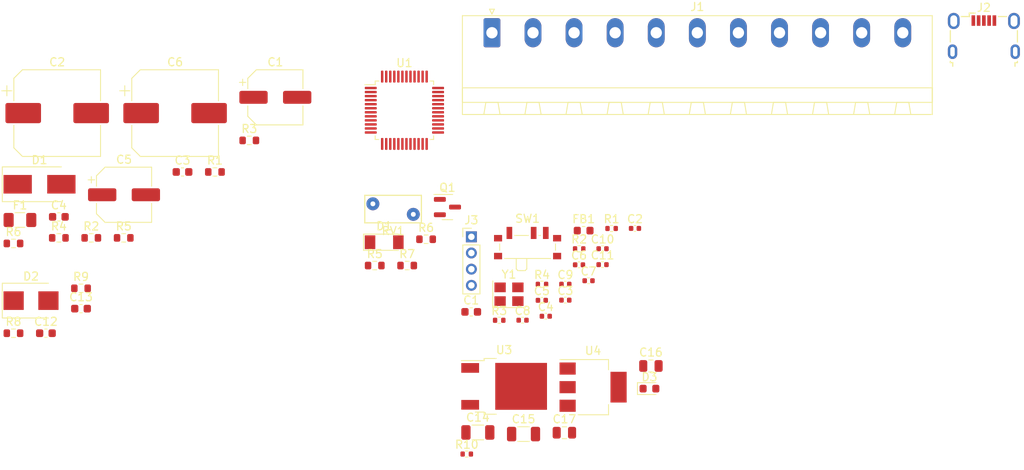
<source format=kicad_pcb>
(kicad_pcb (version 20211014) (generator pcbnew)
  (layers (0 "F.Cu" signal) (31 "B.Cu" signal) (34 "B.Paste" user) (35 "F.Paste" user) (36 "B.SilkS" user "B.Silkscreen") (37 "F.SilkS" user "F.Silkscreen") (38 "B.Mask" user) (39 "F.Mask" user) (44 "Edge.Cuts" user))
  (net 0 "")
  (net 1 "+3V3")
  (net 2 "GND")
  (net 3 "Net-(C2-Pad1)")
  (net 4 "Net-(C3-Pad2)")
  (net 5 "Net-(C4-Pad1)")
  (net 6 "+12V")
  (net 7 "/ADC/SENS-")
  (net 8 "Net-(D1-Pad2)")
  (net 9 "+3.3V")
  (net 10 "VCC")
  (net 11 "Net-(Q1-Pad1)")
  (net 12 "/Power/LED_PWR")
  (net 13 "Net-(R4-Pad1)")
  (net 14 "Net-(R4-Pad2)")
  (net 15 "/Relay/RLCTL")
  (net 16 "/Relay/RLLED")
  (net 17 "/MCU/NRST")
  (net 18 "/Relay/RLOUT")
  (net 19 "/Relay/RLIN")
  (net 20 "/MCU/HSE_IN")
  (net 24 "/MCU/HSE_OUT")
  (net 25 "+3.3VA")
  (net 26 "+5V")
  (net 27 "/Power/PWR_LED_K")
  (net 28 "/MCU/USART1_TX")
  (net 40 "/MCU/USART1_RX")
  (net 41 "/MCU/I2C2_SCL")
  (net 42 "/MCU/I2C2_SDA")
  (net 56 "/MCU/USB_D-")
  (net 61 "/MCU/USB_D+")
  (net 66 "/MCU/SWDI0")
  (net 67 "/MCU/SWCLK")
  (net 68 "/MCU/SW_BOOT0")
  (net 69 "Net-(R3-Pad2)")
  (net 70 "Net-(R8-Pad2)")
  (footprint "Capacitor_SMD:C_0603_1608Metric" (layer "F.Cu") (at 124.47 60.56)
    (fp_text reference "C13" (at 0 -1.43) (layer "F.SilkS"))
    (fp_text value "100nF")
    (fp_line (start -0.14058 0.51) (end 0.14058 0.51) (layer "F.SilkS") (width 0.12))
    (fp_line (start -0.14058 -0.51) (end 0.14058 -0.51) (layer "F.SilkS") (width 0.12))
    (pad "1" smd roundrect (at -0.775 0) (size 0.9 0.95) (layers "F.Cu" "F.Paste" "F.Mask") (net 1 "+3V3"))
    (pad "2" smd roundrect (at 0.775 0) (size 0.9 0.95) (layers "F.Cu" "F.Paste" "F.Mask") (net 2 "GND"))
  )
  (footprint "Resistor_SMD:R_0402_1005Metric" (layer "F.Cu") (at 172.17 78.54)
    (fp_text reference "R10" (at 0 -1.17) (layer "F.SilkS"))
    (fp_text value "1k5")
    (fp_line (start -0.153641 0.38) (end 0.153641 0.38) (layer "F.SilkS") (width 0.12))
    (fp_line (start -0.153641 -0.38) (end 0.153641 -0.38) (layer "F.SilkS") (width 0.12))
    (pad "1" smd roundrect (at -0.51 0) (size 0.54 0.64) (layers "F.Cu" "F.Paste" "F.Mask") (net 27 "/Power/PWR_LED_K"))
    (pad "2" smd roundrect (at 0.51 0) (size 0.54 0.64) (layers "F.Cu" "F.Paste" "F.Mask") (net 2 "GND"))
  )
  (footprint "Capacitor_SMD:C_0603_1608Metric" (layer "F.Cu") (at 121.73 49.21)
    (fp_text reference "C4" (at 0 -1.43) (layer "F.SilkS"))
    (fp_text value "10nF")
    (fp_line (start -0.14058 -0.51) (end 0.14058 -0.51) (layer "F.SilkS") (width 0.12))
    (fp_line (start -0.14058 0.51) (end 0.14058 0.51) (layer "F.SilkS") (width 0.12))
    (pad "1" smd roundrect (at -0.775 0) (size 0.9 0.95) (layers "F.Cu" "F.Paste" "F.Mask") (net 5 "Net-(C4-Pad1)"))
    (pad "2" smd roundrect (at 0.775 0) (size 0.9 0.95) (layers "F.Cu" "F.Paste" "F.Mask") (net 2 "GND"))
  )
  (footprint "Capacitor_SMD:C_1206_3216Metric" (layer "F.Cu") (at 179.19 76.07)
    (fp_text reference "C15" (at 0 -1.85) (layer "F.SilkS"))
    (fp_text value "10uF")
    (fp_line (start -0.711252 -0.91) (end 0.711252 -0.91) (layer "F.SilkS") (width 0.12))
    (fp_line (start -0.711252 0.91) (end 0.711252 0.91) (layer "F.SilkS") (width 0.12))
    (pad "1" smd roundrect (at -1.475 0) (size 1.15 1.8) (layers "F.Cu" "F.Paste" "F.Mask") (roundrect_rratio 0.217391) (net 26 "+5V"))
    (pad "2" smd roundrect (at 1.475 0) (size 1.15 1.8) (layers "F.Cu" "F.Paste" "F.Mask") (roundrect_rratio 0.217391) (net 2 "GND"))
  )
  (footprint "Resistor_SMD:R_0402_1005Metric" (layer "F.Cu") (at 190.08 50.65)
    (fp_text reference "R1" (at 0 -1.17) (layer "F.SilkS"))
    (fp_text value "1k5")
    (fp_line (start -0.153641 0.38) (end 0.153641 0.38) (layer "F.SilkS") (width 0.12))
    (fp_line (start -0.153641 -0.38) (end 0.153641 -0.38) (layer "F.SilkS") (width 0.12))
    (pad "1" smd roundrect (at -0.51 0) (size 0.54 0.64) (layers "F.Cu" "F.Paste" "F.Mask") (net 9 "+3.3V"))
    (pad "2" smd roundrect (at 0.51 0) (size 0.54 0.64) (layers "F.Cu" "F.Paste" "F.Mask") (net 41 "/MCU/I2C2_SCL"))
  )
  (footprint "Capacitor_SMD:CP_Elec_6.3x7.7" (layer "F.Cu") (at 148.5 34.43)
    (fp_text reference "C1" (at 0 -4.35) (layer "F.SilkS"))
    (fp_text value "10uF/10V")
    (fp_line (start -3.41 -2.345563) (end -3.41 -1.06) (layer "F.SilkS") (width 0.12))
    (fp_line (start -4.4375 -1.8475) (end -3.65 -1.8475) (layer "F.SilkS") (width 0.12))
    (fp_line (start -2.345563 -3.41) (end 3.41 -3.41) (layer "F.SilkS") (width 0.12))
    (fp_line (start -4.04375 -2.24125) (end -4.04375 -1.45375) (layer "F.SilkS") (width 0.12))
    (fp_line (start -3.41 -2.345563) (end -2.345563 -3.41) (layer "F.SilkS") (width 0.12))
    (fp_line (start 3.41 -3.41) (end 3.41 -1.06) (layer "F.SilkS") (width 0.12))
    (fp_line (start -3.41 2.345563) (end -2.345563 3.41) (layer "F.SilkS") (width 0.12))
    (fp_line (start -3.41 2.345563) (end -3.41 1.06) (layer "F.SilkS") (width 0.12))
    (fp_line (start 3.41 3.41) (end 3.41 1.06) (layer "F.SilkS") (width 0.12))
    (fp_line (start -2.345563 3.41) (end 3.41 3.41) (layer "F.SilkS") (width 0.12))
    (pad "1" smd roundrect (at -2.7 0) (size 3.5 1.6) (layers "F.Cu" "F.Paste" "F.Mask") (roundrect_rratio 0.15625) (net 1 "+3V3"))
    (pad "2" smd roundrect (at 2.7 0) (size 3.5 1.6) (layers "F.Cu" "F.Paste" "F.Mask") (roundrect_rratio 0.15625) (net 2 "GND"))
  )
  (footprint "Capacitor_SMD:C_0402_1005Metric" (layer "F.Cu") (at 181.45 59.53)
    (fp_text reference "C5" (at 0 -1.16) (layer "F.SilkS"))
    (fp_text value "100n")
    (fp_line (start -0.107836 0.36) (end 0.107836 0.36) (layer "F.SilkS") (width 0.12))
    (fp_line (start -0.107836 -0.36) (end 0.107836 -0.36) (layer "F.SilkS") (width 0.12))
    (pad "1" smd roundrect (at -0.48 0) (size 0.56 0.62) (layers "F.Cu" "F.Paste" "F.Mask") (net 9 "+3.3V"))
    (pad "2" smd roundrect (at 0.48 0) (size 0.56 0.62) (layers "F.Cu" "F.Paste" "F.Mask") (net 2 "GND"))
  )
  (footprint "Resistor_SMD:R_0603_1608Metric" (layer "F.Cu") (at 125.74 51.81)
    (fp_text reference "R2" (at 0 -1.43) (layer "F.SilkS"))
    (fp_text value "18K")
    (fp_line (start -0.237258 -0.5225) (end 0.237258 -0.5225) (layer "F.SilkS") (width 0.12))
    (fp_line (start -0.237258 0.5225) (end 0.237258 0.5225) (layer "F.SilkS") (width 0.12))
    (pad "1" smd roundrect (at -0.825 0) (size 0.8 0.95) (layers "F.Cu" "F.Paste" "F.Mask") (net 1 "+3V3"))
    (pad "2" smd roundrect (at 0.825 0) (size 0.8 0.95) (layers "F.Cu" "F.Paste" "F.Mask") (net 4 "Net-(C3-Pad2)"))
  )
  (footprint "Capacitor_SMD:C_0402_1005Metric" (layer "F.Cu") (at 188.96 55.12)
    (fp_text reference "C11" (at 0 -1.16) (layer "F.SilkS"))
    (fp_text value "1u")
    (fp_line (start -0.107836 0.36) (end 0.107836 0.36) (layer "F.SilkS") (width 0.12))
    (fp_line (start -0.107836 -0.36) (end 0.107836 -0.36) (layer "F.SilkS") (width 0.12))
    (pad "1" smd roundrect (at -0.48 0) (size 0.56 0.62) (layers "F.Cu" "F.Paste" "F.Mask") (net 9 "+3.3V"))
    (pad "2" smd roundrect (at 0.48 0) (size 0.56 0.62) (layers "F.Cu" "F.Paste" "F.Mask") (net 2 "GND"))
  )
  (footprint "Resistor_SMD:R_0603_1608Metric" (layer "F.Cu") (at 141.03 43.66)
    (fp_text reference "R1" (at 0 -1.43) (layer "F.SilkS"))
    (fp_text value "470")
    (fp_line (start -0.237258 0.5225) (end 0.237258 0.5225) (layer "F.SilkS") (width 0.12))
    (fp_line (start -0.237258 -0.5225) (end 0.237258 -0.5225) (layer "F.SilkS") (width 0.12))
    (pad "1" smd roundrect (at -0.825 0) (size 0.8 0.95) (layers "F.Cu" "F.Paste" "F.Mask") (net 1 "+3V3"))
    (pad "2" smd roundrect (at 0.825 0) (size 0.8 0.95) (layers "F.Cu" "F.Paste" "F.Mask") (net 12 "/Power/LED_PWR"))
  )
  (footprint "Diode_SMD:D_SMB" (layer "F.Cu") (at 118.29 59.57)
    (fp_text reference "D2" (at 0 -3) (layer "F.SilkS"))
    (fp_text value "SMBJ28A")
    (fp_line (start -3.55 -2.15) (end -3.55 2.15) (layer "F.SilkS") (width 0.12))
    (fp_line (start -3.55 2.15) (end 2.15 2.15) (layer "F.SilkS") (width 0.12))
    (fp_line (start -3.55 -2.15) (end 2.15 -2.15) (layer "F.SilkS") (width 0.12))
    (pad "1" smd rect (at -2.15 0) (size 2.5 2.3) (layers "F.Cu" "F.Paste" "F.Mask") (net 7 "/ADC/SENS-"))
    (pad "2" smd rect (at 2.15 0) (size 2.5 2.3) (layers "F.Cu" "F.Paste" "F.Mask") (net 2 "GND"))
  )
  (footprint "Capacitor_SMD:CP_Elec_10x10.5" (layer "F.Cu") (at 121.525 36.38)
    (fp_text reference "C2" (at 0 -6.3) (layer "F.SilkS"))
    (fp_text value "100uF/35V")
    (fp_line (start -5.36 -4.295563) (end -4.295563 -5.36) (layer "F.SilkS") (width 0.12))
    (fp_line (start -4.295563 -5.36) (end 5.36 -5.36) (layer "F.SilkS") (width 0.12))
    (fp_line (start -5.36 4.295563) (end -5.36 1.51) (layer "F.SilkS") (width 0.12))
    (fp_line (start 5.36 5.36) (end 5.36 1.51) (layer "F.SilkS") (width 0.12))
    (fp_line (start -6.225 -3.385) (end -6.225 -2.135) (layer "F.SilkS") (width 0.12))
    (fp_line (start -5.36 -4.295563) (end -5.36 -1.51) (layer "F.SilkS") (width 0.12))
    (fp_line (start -6.85 -2.76) (end -5.6 -2.76) (layer "F.SilkS") (width 0.12))
    (fp_line (start -4.295563 5.36) (end 5.36 5.36) (layer "F.SilkS") (width 0.12))
    (fp_line (start -5.36 4.295563) (end -4.295563 5.36) (layer "F.SilkS") (width 0.12))
    (fp_line (start 5.36 -5.36) (end 5.36 -1.51) (layer "F.SilkS") (width 0.12))
    (pad "1" smd roundrect (at -4.2 0) (size 4.4 2.5) (layers "F.Cu" "F.Paste" "F.Mask") (roundrect_rratio 0.1) (net 3 "Net-(C2-Pad1)"))
    (pad "2" smd roundrect (at 4.2 0) (size 4.4 2.5) (layers "F.Cu" "F.Paste" "F.Mask") (roundrect_rratio 0.1) (net 2 "GND"))
  )
  (footprint "Connector_Phoenix_MSTB:PhoenixContact_MSTBA_2,5_11-G-5,08_1x11_P5.08mm_Horizontal" (layer "F.Cu") (at 175.28 26.445)
    (fp_text reference "J1" (at 25.4 -3.2) (layer "F.SilkS"))
    (fp_text value "Conn_01x11_Male")
    (fp_line (start -0.3 -2.91) (end 0.3 -2.91) (layer "F.SilkS") (width 0.12))
    (fp_line (start 29.48 10.11) (end 31.48 10.11) (layer "F.SilkS") (width 0.12))
    (fp_line (start 1 10.11) (end 0.75 8.61) (layer "F.SilkS") (width 0.12))
    (fp_line (start 21.32 10.11) (end 21.07 8.61) (layer "F.SilkS") (width 0.12))
    (fp_line (start 34.81 8.61) (end 34.56 10.11) (layer "F.SilkS") (width 0.12))
    (fp_line (start 46.47 8.61) (end 44.97 8.61) (layer "F.SilkS") (width 0.12))
    (fp_line (start 44.97 8.61) (end 44.72 10.11) (layer "F.SilkS") (width 0.12))
    (fp_line (start 26.15 8.61) (end 24.65 8.61) (layer "F.SilkS") (width 0.12))
    (fp_line (start 44.72 10.11) (end 46.72 10.11) (layer "F.SilkS") (width 0.12))
    (fp_line (start 31.48 10.11) (end 31.23 8.61) (layer "F.SilkS") (width 0.12))
    (fp_line (start -3.65 -2.11) (end -3.65 10.11) (layer "F.SilkS") (width 0.12))
    (fp_line (start 0.75 8.61) (end -0.75 8.61) (layer "F.SilkS") (width 0.12))
    (fp_line (start 51.8 10.11) (end 51.55 8.61) (layer "F.SilkS") (width 0.12))
    (fp_line (start 36.31 8.61) (end 34.81 8.61) (layer "F.SilkS") (width 0.12))
    (fp_line (start 9.41 8.61) (end 9.16 10.11) (layer "F.SilkS") (width 0.12))
    (fp_line (start 4.33 8.61) (end 4.08 10.11) (layer "F.SilkS") (width 0.12))
    (fp_line (start 39.64 10.11) (end 41.64 10.11) (layer "F.SilkS") (width 0.12))
    (fp_line (start 0 -2.31) (end -0.3 -2.91) (layer "F.SilkS") (width 0.12))
    (fp_line (start -1 10.11) (end 1 10.11) (layer "F.SilkS") (width 0.12))
    (fp_line (start -3.65 6.81) (end 54.45 6.81) (layer "F.SilkS") (width 0.12))
    (fp_line (start -3.65 8.61) (end -3.65 6.81) (layer "F.SilkS") (width 0.12))
    (fp_line (start 14.24 10.11) (end 16.24 10.11) (layer "F.SilkS") (width 0.12))
    (fp_line (start 6.08 10.11) (end 5.83 8.61) (layer "F.SilkS") (width 0.12))
    (fp_line (start 54.45 6.81) (end 54.45 8.61) (layer "F.SilkS") (width 0.12))
    (fp_line (start 11.16 10.11) (end 10.91 8.61) (layer "F.SilkS") (width 0.12))
    (fp_line (start -0.75 8.61) (end -1 10.11) (layer "F.SilkS") (width 0.12))
    (fp_line (start 46.72 10.11) (end 46.47 8.61) (layer "F.SilkS") (width 0.12))
    (fp_line (start 0.3 -2.91) (end 0 -2.31) (layer "F.SilkS") (width 0.12))
    (fp_line (start 4.08 10.11) (end 6.08 10.11) (layer "F.SilkS") (width 0.12))
    (fp_line (start 41.39 8.61) (end 39.89 8.61) (layer "F.SilkS") (width 0.12))
    (fp_line (start 14.49 8.61) (end 14.24 10.11) (layer "F.SilkS") (width 0.12))
    (fp_line (start 9.16 10.11) (end 11.16 10.11) (layer "F.SilkS") (width 0.12))
    (fp_line (start 15.99 8.61) (end 14.49 8.61) (layer "F.SilkS") (width 0.12))
    (fp_line (start 54.45 -2.11) (end -3.65 -2.11) (layer "F.SilkS") (width 0.12))
    (fp_line (start 16.24 10.11) (end 15.99 8.61) (layer "F.SilkS") (width 0.12))
    (fp_line (start 10.91 8.61) (end 9.41 8.61) (layer "F.SilkS") (width 0.12))
    (fp_line (start 51.55 8.61) (end 50.05 8.61) (layer "F.SilkS") (width 0.12))
    (fp_line (start 54.45 10.11) (end 54.45 -2.11) (layer "F.SilkS") (width 0.12))
    (fp_line (start 41.64 10.11) (end 41.39 8.61) (layer "F.SilkS") (width 0.12))
    (fp_line (start 34.56 10.11) (end 36.56 10.11) (layer "F.SilkS") (width 0.12))
    (fp_line (start 49.8 10.11) (end 51.8 10.11) (layer "F.SilkS") (width 0.12))
    (fp_line (start 36.56 10.11) (end 36.31 8.61) (layer "F.SilkS") (width 0.12))
    (fp_line (start 39.89 8.61) (end 39.64 10.11) (layer "F.SilkS") (width 0.12))
    (fp_line (start 54.45 8.61) (end -3.65 8.61) (layer "F.SilkS") (width 0.12))
    (fp_line (start 29.73 8.61) (end 29.48 10.11) (layer "F.SilkS") (width 0.12))
    (fp_line (start -3.65 10.11) (end 54.45 10.11) (layer "F.SilkS") (width 0.12))
    (fp_line (start 26.4 10.11) (end 26.15 8.61) (layer "F.SilkS") (width 0.12))
    (fp_line (start 24.4 10.11) (end 26.4 10.11) (layer "F.SilkS") (width 0.12))
    (fp_line (start 21.07 8.61) (end 19.57 8.61) (layer "F.SilkS") (width 0.12))
    (fp_line (start 50.05 8.61) (end 49.8 10.11) (layer "F.SilkS") (width 0.12))
    (fp_line (start 19.32 10.11) (end 21.32 10.11) (layer "F.SilkS") (width 0.12))
    (fp_line (start 5.83 8.61) (end 4.33 8.61) (layer "F.SilkS") (width 0.12))
    (fp_line (start 24.65 8.61) (end 24.4 10.11) (layer "F.SilkS") (width 0.12))
    (fp_line (start 19.57 8.61) (end 19.32 10.11) (layer "F.SilkS") (width 0.12))
    (fp_line (start 31.23 8.61) (end 29.73 8.61) (layer "F.SilkS") (width 0.12))
    (pad "1" thru_hole roundrect (at 0 0) (size 2.08 3.6) (drill 1.4) (layers *.Cu *.Mask) (roundrect_rratio 0.120192) (net 10 "VCC"))
    (pad "2" thru_hole oval (at 5.08 0) (size 2.08 3.6) (drill 1.4) (layers *.Cu *.Mask) (net 2 "GND"))
    (pad "3" thru_hole oval (at 10.16 0) (size 2.08 3.6) (drill 1.4) (layers *.Cu *.Mask) (net 28 "/MCU/USART1_TX"))
    (pad "4" thru_hole oval (at 15.24 0) (size 2.08 3.6) (drill 1.4) (layers *.Cu *.Mask) (net 40 "/MCU/USART1_RX"))
    (pad "5" thru_hole oval (at 20.32 0) (size 2.08 3.6) (drill 1.4) (layers *.Cu *.Mask) (net 41 "/MCU/I2C2_SCL"))
    (pad "6" thru_hole oval (at 25.4 0) (size 2.08 3.6) (drill 1.4) (layers *.Cu *.Mask) (net 42 "/MCU/I2C2_SDA"))
    (pad "7" thru_hole oval (at 30.48 0) (size 2.08 3.6) (drill 1.4) (layers *.Cu *.Mask))
    (pad "8" thru_hole oval (at 35.56 0) (size 2.08 3.6) (drill 1.4) (layers *.Cu *.Mask))
    (pad "9" thru_hole oval (at 40.64 0) (size 2.08 3.6) (drill 1.4) (layers *.Cu *.Mask))
    (pad "10" thru_hole oval (at 45.72 0) (size 2.08 3.6) (drill 1.4) (layers *.Cu *.Mask))
    (pad "11" thru_hole oval (at 50.8 0) (size 2.08 3.6) (drill 1.4) (layers *.Cu *.Mask))
  )
  (footprint "Diode_SMD:D_SMB_Handsoldering" (layer "F.Cu") (at 119.34 45.18)
    (fp_text reference "D1" (at 0 -3) (layer "F.SilkS"))
    (fp_text value "SBR3A40SAQ")
    (fp_line (start -4.6 -2.15) (end 2.7 -2.15) (layer "F.SilkS") (width 0.12))
    (fp_line (start -4.6 -2.15) (end -4.6 2.15) (layer "F.SilkS") (width 0.12))
    (fp_line (start -4.6 2.15) (end 2.7 2.15) (layer "F.SilkS") (width 0.12))
    (pad "1" smd rect (at -2.7 0) (size 3.5 2.3) (layers "F.Cu" "F.Paste" "F.Mask") (net 3 "Net-(C2-Pad1)"))
    (pad "2" smd rect (at 2.7 0) (size 3.5 2.3) (layers "F.Cu" "F.Paste" "F.Mask") (net 8 "Net-(D1-Pad2)"))
  )
  (footprint "Fuse:Fuse_1206_3216Metric" (layer "F.Cu") (at 116.92 49.6)
    (fp_text reference "F1" (at 0 -1.82) (layer "F.SilkS"))
    (fp_text value "1A")
    (fp_line (start -0.602064 0.91) (end 0.602064 0.91) (layer "F.SilkS") (width 0.12))
    (fp_line (start -0.602064 -0.91) (end 0.602064 -0.91) (layer "F.SilkS") (width 0.12))
    (pad "1" smd roundrect (at -1.4 0) (size 1.25 1.75) (layers "F.Cu" "F.Paste" "F.Mask") (roundrect_rratio 0.2) (net 8 "Net-(D1-Pad2)"))
    (pad "2" smd roundrect (at 1.4 0) (size 1.25 1.75) (layers "F.Cu" "F.Paste" "F.Mask") (roundrect_rratio 0.2) (net 10 "VCC"))
  )
  (footprint "Capacitor_SMD:C_0402_1005Metric" (layer "F.Cu") (at 184.36 59.51)
    (fp_text reference "C3" (at 0 -1.16) (layer "F.SilkS"))
    (fp_text value "100n")
    (fp_line (start -0.107836 0.36) (end 0.107836 0.36) (layer "F.SilkS") (width 0.12))
    (fp_line (start -0.107836 -0.36) (end 0.107836 -0.36) (layer "F.SilkS") (width 0.12))
    (pad "1" smd roundrect (at -0.48 0) (size 0.56 0.62) (layers "F.Cu" "F.Paste" "F.Mask") (net 17 "/MCU/NRST"))
    (pad "2" smd roundrect (at 0.48 0) (size 0.56 0.62) (layers "F.Cu" "F.Paste" "F.Mask") (net 2 "GND"))
  )
  (footprint "Capacitor_SMD:C_0402_1005Metric" (layer "F.Cu") (at 184.36 57.54)
    (fp_text reference "C9" (at 0 -1.16) (layer "F.SilkS"))
    (fp_text value "10n")
    (fp_line (start -0.107836 0.36) (end 0.107836 0.36) (layer "F.SilkS") (width 0.12))
    (fp_line (start -0.107836 -0.36) (end 0.107836 -0.36) (layer "F.SilkS") (width 0.12))
    (pad "1" smd roundrect (at -0.48 0) (size 0.56 0.62) (layers "F.Cu" "F.Paste" "F.Mask") (net 25 "+3.3VA"))
    (pad "2" smd roundrect (at 0.48 0) (size 0.56 0.62) (layers "F.Cu" "F.Paste" "F.Mask") (net 2 "GND"))
  )
  (footprint "Capacitor_SMD:C_0402_1005Metric" (layer "F.Cu") (at 187.23 57.11)
    (fp_text reference "C7" (at 0 -1.16) (layer "F.SilkS"))
    (fp_text value "10p")
    (fp_line (start -0.107836 0.36) (end 0.107836 0.36) (layer "F.SilkS") (width 0.12))
    (fp_line (start -0.107836 -0.36) (end 0.107836 -0.36) (layer "F.SilkS") (width 0.12))
    (pad "1" smd roundrect (at -0.48 0) (size 0.56 0.62) (layers "F.Cu" "F.Paste" "F.Mask") (net 24 "/MCU/HSE_OUT"))
    (pad "2" smd roundrect (at 0.48 0) (size 0.56 0.62) (layers "F.Cu" "F.Paste" "F.Mask") (net 2 "GND"))
  )
  (footprint "Resistor_SMD:R_0603_1608Metric" (layer "F.Cu") (at 160.79 55.23)
    (fp_text reference "R5" (at 0 -1.43) (layer "F.SilkS"))
    (fp_text value "4K7")
    (fp_line (start -0.237258 0.5225) (end 0.237258 0.5225) (layer "F.SilkS") (width 0.12))
    (fp_line (start -0.237258 -0.5225) (end 0.237258 -0.5225) (layer "F.SilkS") (width 0.12))
    (pad "1" smd roundrect (at -0.825 0) (size 0.8 0.95) (layers "F.Cu" "F.Paste" "F.Mask") (net 11 "Net-(Q1-Pad1)"))
    (pad "2" smd roundrect (at 0.825 0) (size 0.8 0.95) (layers "F.Cu" "F.Paste" "F.Mask") (net 15 "/Relay/RLCTL"))
  )
  (footprint "Capacitor_SMD:C_0402_1005Metric" (layer "F.Cu") (at 192.97 50.64)
    (fp_text reference "C2" (at 0 -1.16) (layer "F.SilkS"))
    (fp_text value "100n")
    (fp_line (start -0.107836 0.36) (end 0.107836 0.36) (layer "F.SilkS") (width 0.12))
    (fp_line (start -0.107836 -0.36) (end 0.107836 -0.36) (layer "F.SilkS") (width 0.12))
    (pad "1" smd roundrect (at -0.48 0) (size 0.56 0.62) (layers "F.Cu" "F.Paste" "F.Mask") (net 9 "+3.3V"))
    (pad "2" smd roundrect (at 0.48 0) (size 0.56 0.62) (layers "F.Cu" "F.Paste" "F.Mask") (net 2 "GND"))
  )
  (footprint "Resistor_SMD:R_0603_1608Metric" (layer "F.Cu") (at 116.12 52.5)
    (fp_text reference "R6" (at 0 -1.43) (layer "F.SilkS"))
    (fp_text value "120")
    (fp_line (start -0.237258 -0.5225) (end 0.237258 -0.5225) (layer "F.SilkS") (width 0.12))
    (fp_line (start -0.237258 0.5225) (end 0.237258 0.5225) (layer "F.SilkS") (width 0.12))
    (pad "1" smd roundrect (at -0.825 0) (size 0.8 0.95) (layers "F.Cu" "F.Paste" "F.Mask") (net 6 "+12V"))
    (pad "2" smd roundrect (at 0.825 0) (size 0.8 0.95) (layers "F.Cu" "F.Paste" "F.Mask") (net 13 "Net-(R4-Pad1)"))
  )
  (footprint "Resistor_SMD:R_0603_1608Metric" (layer "F.Cu") (at 145.28 39.76)
    (fp_text reference "R3" (at 0 -1.43) (layer "F.SilkS"))
    (fp_text value "10K")
    (fp_line (start -0.237258 0.5225) (end 0.237258 0.5225) (layer "F.SilkS") (width 0.12))
    (fp_line (start -0.237258 -0.5225) (end 0.237258 -0.5225) (layer "F.SilkS") (width 0.12))
    (pad "1" smd roundrect (at -0.825 0) (size 0.8 0.95) (layers "F.Cu" "F.Paste" "F.Mask") (net 4 "Net-(C3-Pad2)"))
    (pad "2" smd roundrect (at 0.825 0) (size 0.8 0.95) (layers "F.Cu" "F.Paste" "F.Mask") (net 2 "GND"))
  )
  (footprint "Package_QFP:LQFP-48_7x7mm_P0.5mm" (layer "F.Cu") (at 164.46 36.03)
    (fp_text reference "U1" (at 0 -5.85) (layer "F.SilkS"))
    (fp_text value "STM32F103C8Tx")
    (fp_line (start -3.16 -3.61) (end -3.61 -3.61) (layer "F.SilkS") (width 0.12))
    (fp_line (start 3.16 3.61) (end 3.61 3.61) (layer "F.SilkS") (width 0.12))
    (fp_line (start 3.61 3.61) (end 3.61 3.16) (layer "F.SilkS") (width 0.12))
    (fp_line (start -3.16 3.61) (end -3.61 3.61) (layer "F.SilkS") (width 0.12))
    (fp_line (start 3.16 -3.61) (end 3.61 -3.61) (layer "F.SilkS") (width 0.12))
    (fp_line (start 3.61 -3.61) (end 3.61 -3.16) (layer "F.SilkS") (width 0.12))
    (fp_line (start -3.61 -3.16) (end -4.9 -3.16) (layer "F.SilkS") (width 0.12))
    (fp_line (start -3.61 3.61) (end -3.61 3.16) (layer "F.SilkS") (width 0.12))
    (fp_line (start -3.61 -3.61) (end -3.61 -3.16) (layer "F.SilkS") (width 0.12))
    (pad "1" smd roundrect (at -4.1625 -2.75) (size 1.475 0.3) (layers "F.Cu" "F.Paste" "F.Mask") (net 9 "+3.3V"))
    (pad "2" smd roundrect (at -4.1625 -2.25) (size 1.475 0.3) (layers "F.Cu" "F.Paste" "F.Mask"))
    (pad "3" smd roundrect (at -4.1625 -1.75) (size 1.475 0.3) (layers "F.Cu" "F.Paste" "F.Mask"))
    (pad "4" smd roundrect (at -4.1625 -1.25) (size 1.475 0.3) (layers "F.Cu" "F.Paste" "F.Mask"))
    (pad "5" smd roundrect (at -4.1625 -0.75) (size 1.475 0.3) (layers "F.Cu" "F.Paste" "F.Mask") (net 20 "/MCU/HSE_IN"))
    (pad "6" smd roundrect (at -4.1625 -0.25) (size 1.475 0.3) (layers "F.Cu" "F.Paste" "F.Mask") (net 24 "/MCU/HSE_OUT"))
    (pad "7" smd roundrect (at -4.1625 0.25) (size 1.475 0.3) (layers "F.Cu" "F.Paste" "F.Mask") (net 17 "/MCU/NRST"))
    (pad "8" smd roundrect (at -4.1625 0.75) (size 1.475 0.3) (layers "F.Cu" "F.Paste" "F.Mask") (net 2 "GND"))
    (pad "9" smd roundrect (at -4.1625 1.25) (size 1.475 0.3) (layers "F.Cu" "F.Paste" "F.Mask") (net 25 "+3.3VA"))
    (pad "10" smd roundrect (at -4.1625 1.75) (size 1.475 0.3) (layers "F.Cu" "F.Paste" "F.Mask"))
    (pad "11" smd roundrect (at -4.1625 2.25) (size 1.475 0.3) (layers "F.Cu" "F.Paste" "F.Mask"))
    (pad "12" smd roundrect (at -4.1625 2.75) (size 1.475 0.3) (layers "F.Cu" "F.Paste" "F.Mask"))
    (pad "13" smd roundrect (at -2.75 4.1625) (size 0.3 1.475) (layers "F.Cu" "F.Paste" "F.Mask"))
    (pad "14" smd roundrect (at -2.25 4.1625) (size 0.3 1.475) (layers "F.Cu" "F.Paste" "F.Mask"))
    (pad "15" smd roundrect (at -1.75 4.1625) (size 0.3 1.475) (layers "F.Cu" "F.Paste" "F.Mask"))
    (pad "16" smd roundrect (at -1.25 4.1625) (size 0.3 1.475) (layers "F.Cu" "F.Paste" "F.Mask"))
    (pad "17" smd roundrect (at -0.75 4.1625) (size 0.3 1.475) (layers "F.Cu" "F.Paste" "F.Mask"))
    (pad "18" smd roundrect (at -0.25 4.1625) (size 0.3 1.475) (layers "F.Cu" "F.Paste" "F.Mask"))
    (pad "19" smd roundrect (at 0.25 4.1625) (size 0.3 1.475) (layers "F.Cu" "F.Paste" "F.Mask"))
    (pad "20" smd roundrect (at 0.75 4.1625) (size 0.3 1.475) (layers "F.Cu" "F.Paste" "F.Mask"))
    (pad "21" smd roundrect (at 1.25 4.1625) (size 0.3 1.475) (layers "F.Cu" "F.Paste" "F.Mask") (net 41 "/MCU/I2C2_SCL"))
    (pad "22" smd roundrect (at 1.75 4.1625) (size 0.3 1.475) (layers "F.Cu" "F.Paste" "F.Mask") (net 42 "/MCU/I2C2_SDA"))
    (pad "23" smd roundrect (at 2.25 4.1625) (size 0.3 1.475) (layers "F.Cu" "F.Paste" "F.Mask") (net 2 "GND"))
    (pad "24" smd roundrect (at 2.75 4.1625) (size 0.3 1.475) (layers "F.Cu" "F.Paste" "F.Mask") (net 9 "+3.3V"))
    (pad "25" smd roundrect (at 4.1625 2.75) (size 1.475 0.3) (layers "F.Cu" "F.Paste" "F.Mask"))
    (pad "26" smd roundrect (at 4.1625 2.25) (size 1.475 0.3) (layers "F.Cu" "F.Paste" "F.Mask"))
    (pad "27" smd roundrect (at 4.1625 1.75) (size 1.475 0.3) (layers "F.Cu" "F.Paste" "F.Mask"))
    (pad "28" smd roundrect (at 4.1625 1.25) (size 1.475 0.3) (layers "F.Cu" "F.Paste" "F.Mask"))
    (pad "29" smd roundrect (at 4.1625 0.75) (size 1.475 0.3) (layers "F.Cu" "F.Paste" "F.Mask"))
    (pad "30" smd roundrect (at 4.1625 0.25) (size 1.475 0.3) (layers "F.Cu" "F.Paste" "F.Mask"))
    (pad "31" smd roundrect (at 4.1625 -0.25) (size 1.475 0.3) (layers "F.Cu" "F.Paste" "F.Mask"))
    (pad "32" smd roundrect (at 4.1625 -0.75) (size 1.475 0.3) (layers "F.Cu" "F.Paste" "F.Mask") (net 56 "/MCU/USB_D-"))
    (pad "33" smd roundrect (at 4.1625 -1.25) (size 1.475 0.3) (layers "F.Cu" "F.Paste" "F.Mask") (net 61 "/MCU/USB_D+"))
    (pad "34" smd roundrect (at 4.1625 -1.75) (size 1.475 0.3) (layers "F.Cu" "F.Paste" "F.Mask") (net 66 "/MCU/SWDI0"))
    (pad "35" smd roundrect (at 4.1625 -2.25) (size 1.475 0.3) (layers "F.Cu" "F.Paste" "F.Mask") (net 2 "GND"))
    (pad "36" smd roundrect (at 4.1625 -2.75) (size 1.475 0.3) (layers "F.Cu" "F.Paste" "F.Mask") (net 9 "+3.3V"))
    (pad "37" smd roundrect (at 2.75 -4.1625) (size 0.3 1.475) (layers "F.Cu" "F.Paste" "F.Mask") (net 67 "/MCU/SWCLK"))
    (pad "38" smd roundrect (at 2.25 -4.1625) (size 0.3 1.475) (layers "F.Cu" "F.Paste" "F.Mask"))
    (pad "39" smd roundrect (at 1.75 -4.1625) (size 0.3 1.475) (layers "F.Cu" "F.Paste" "F.Mask"))
    (pad "40" smd roundrect (at 1.25 -4.1625) (size 0.3 1.475) (layers "F.Cu" "F.Paste" "F.Mask"))
    (pad "41" smd roundrect (at 0.75 -4.1625) (size 0.3 1.475) (layers "F.Cu" "F.Paste" "F.Mask"))
    (pad "42" smd roundrect (at 0.25 -4.1625) (size 0.3 1.475) (layers "F.Cu" "F.Paste" "F.Mask") (net 28 "/MCU/USART1_TX"))
    (pad "43" smd roundrect (at -0.25 -4.1625) (size 0.3 1.475) (layers "F.Cu" "F.Paste" "F.Mask") (net 40 "/MCU/USART1_RX"))
    (pad "44" smd roundrect (at -0.75 -4.1625) (size 0.3 1.475) (layers "F.Cu" "F.Paste" "F.Mask") (net 69 "Net-(R3-Pad2)"))
    (pad "45" smd roundrect (at -1.25 -4.1625) (size 0.3 1.475) (layers "F.Cu" "F.Paste" "F.Mask"))
    (pad "46" smd roundrect (at -1.75 -4.1625) (size 0.3 1.475) (layers "F.Cu" "F.Paste" "F.Mask"))
    (pad "47" smd roundrect (at -2.25 -4.1625) (size 0.3 1.475) (layers "F.Cu" "F.Paste" "F.Mask") (net 2 "GND"))
    (pad "48" smd roundrect (at -2.75 -4.1625) (size 0.3 1.475) (layers "F.Cu" "F.Paste" "F.Mask") (net 9 "+3.3V"))
  )
  (footprint "Capacitor_SMD:C_0402_1005Metric" (layer "F.Cu") (at 188.96 53.15)
    (fp_text reference "C10" (at 0 -1.16) (layer "F.SilkS"))
    (fp_text value "1u")
    (fp_line (start -0.107836 0.36) (end 0.107836 0.36) (layer "F.SilkS") (width 0.12))
    (fp_line (start -0.107836 -0.36) (end 0.107836 -0.36) (layer "F.SilkS") (width 0.12))
    (pad "1" smd roundrect (at -0.48 0) (size 0.56 0.62) (layers "F.Cu" "F.Paste" "F.Mask") (net 25 "+3.3VA"))
    (pad "2" smd roundrect (at 0.48 0) (size 0.56 0.62) (layers "F.Cu" "F.Paste" "F.Mask") (net 2 "GND"))
  )
  (footprint "Resistor_SMD:R_0603_1608Metric" (layer "F.Cu") (at 116.12 63.6)
    (fp_text reference "R8" (at 0 -1.43) (layer "F.SilkS"))
    (fp_text value "150")
    (fp_line (start -0.237258 0.5225) (end 0.237258 0.5225) (layer "F.SilkS") (width 0.12))
    (fp_line (start -0.237258 -0.5225) (end 0.237258 -0.5225) (layer "F.SilkS") (width 0.12))
    (pad "1" smd roundrect (at -0.825 0) (size 0.8 0.95) (layers "F.Cu" "F.Paste" "F.Mask") (net 7 "/ADC/SENS-"))
    (pad "2" smd roundrect (at 0.825 0) (size 0.8 0.95) (layers "F.Cu" "F.Paste" "F.Mask") (net 70 "Net-(R8-Pad2)"))
  )
  (footprint "Resistor_SMD:R_0402_1005Metric" (layer "F.Cu") (at 181.47 57.55)
    (fp_text reference "R4" (at 0 -1.17) (layer "F.SilkS"))
    (fp_text value "1k5")
    (fp_line (start -0.153641 -0.38) (end 0.153641 -0.38) (layer "F.SilkS") (width 0.12))
    (fp_line (start -0.153641 0.38) (end 0.153641 0.38) (layer "F.SilkS") (width 0.12))
    (pad "1" smd roundrect (at -0.51 0) (size 0.54 0.64) (layers "F.Cu" "F.Paste" "F.Mask") (net 9 "+3.3V"))
    (pad "2" smd roundrect (at 0.51 0) (size 0.54 0.64) (layers "F.Cu" "F.Paste" "F.Mask") (net 61 "/MCU/USB_D+"))
  )
  (footprint "Inductor_SMD:L_0603_1608Metric" (layer "F.Cu") (at 186.62 50.91)
    (fp_text reference "FB1" (at 0 -1.43) (layer "F.SilkS"))
    (fp_text value "120R")
    (fp_line (start -0.162779 -0.51) (end 0.162779 -0.51) (layer "F.SilkS") (width 0.12))
    (fp_line (start -0.162779 0.51) (end 0.162779 0.51) (layer "F.SilkS") (width 0.12))
    (pad "1" smd roundrect (at -0.7875 0) (size 0.875 0.95) (layers "F.Cu" "F.Paste" "F.Mask") (net 9 "+3.3V"))
    (pad "2" smd roundrect (at 0.7875 0) (size 0.875 0.95) (layers "F.Cu" "F.Paste" "F.Mask") (net 25 "+3.3VA"))
  )
  (footprint "Resistor_SMD:R_0603_1608Metric" (layer "F.Cu") (at 121.73 51.81)
    (fp_text reference "R4" (at 0 -1.43) (layer "F.SilkS"))
    (fp_text value "1K")
    (fp_line (start -0.237258 0.5225) (end 0.237258 0.5225) (layer "F.SilkS") (width 0.12))
    (fp_line (start -0.237258 -0.5225) (end 0.237258 -0.5225) (layer "F.SilkS") (width 0.12))
    (pad "1" smd roundrect (at -0.825 0) (size 0.8 0.95) (layers "F.Cu" "F.Paste" "F.Mask") (net 13 "Net-(R4-Pad1)"))
    (pad "2" smd roundrect (at 0.825 0) (size 0.8 0.95) (layers "F.Cu" "F.Paste" "F.Mask") (net 14 "Net-(R4-Pad2)"))
  )
  (footprint "Capacitor_SMD:C_0603_1608Metric" (layer "F.Cu") (at 120.13 63.6)
    (fp_text reference "C12" (at 0 -1.43) (layer "F.SilkS"))
    (fp_text value "10nF")
    (fp_line (start -0.14058 0.51) (end 0.14058 0.51) (layer "F.SilkS") (width 0.12))
    (fp_line (start -0.14058 -0.51) (end 0.14058 -0.51) (layer "F.SilkS") (width 0.12))
    (pad "1" smd roundrect (at -0.775 0) (size 0.9 0.95) (layers "F.Cu" "F.Paste" "F.Mask") (net 7 "/ADC/SENS-"))
    (pad "2" smd roundrect (at 0.775 0) (size 0.9 0.95) (layers "F.Cu" "F.Paste" "F.Mask") (net 2 "GND"))
  )
  (footprint "Diode_SMD:D_MiniMELF" (layer "F.Cu") (at 161.96 52.35)
    (fp_text reference "D1" (at 0 -2) (layer "F.SilkS"))
    (fp_text value "1N4148")
    (fp_line (start 1.75 -1) (end -2.55 -1) (layer "F.SilkS") (width 0.12))
    (fp_line (start -2.55 -1) (end -2.55 1) (layer "F.SilkS") (width 0.12))
    (fp_line (start -2.55 1) (end 1.75 1) (layer "F.SilkS") (width 0.12))
    (pad "1" smd rect (at -1.75 0) (size 1.3 1.7) (layers "F.Cu" "F.Paste" "F.Mask") (net 6 "+12V"))
    (pad "2" smd rect (at 1.75 0) (size 1.3 1.7) (layers "F.Cu" "F.Paste" "F.Mask") (net 8 "Net-(D1-Pad2)"))
  )
  (footprint "Capacitor_SMD:C_0603_1608Metric" (layer "F.Cu") (at 137.02 43.66)
    (fp_text reference "C3" (at 0 -1.43) (layer "F.SilkS"))
    (fp_text value "10nF")
    (fp_line (start -0.14058 -0.51) (end 0.14058 -0.51) (layer "F.SilkS") (width 0.12))
    (fp_line (start -0.14058 0.51) (end 0.14058 0.51) (layer "F.SilkS") (width 0.12))
    (pad "1" smd roundrect (at -0.775 0) (size 0.9 0.95) (layers "F.Cu" "F.Paste" "F.Mask") (net 1 "+3V3"))
    (pad "2" smd roundrect (at 0.775 0) (size 0.9 0.95) (layers "F.Cu" "F.Paste" "F.Mask") (net 4 "Net-(C3-Pad2)"))
  )
  (footprint "Connector_PinHeader_2.00mm:PinHeader_1x04_P2.00mm_Vertical" (layer "F.Cu") (at 172.74 51.68)
    (fp_text reference "J3" (at 0 -2.06) (layer "F.SilkS"))
    (fp_text value "Conn_01x04_Male")
    (fp_line (start -1.06 0) (end -1.06 -1.06) (layer "F.SilkS") (width 0.12))
    (fp_line (start 1.06 1) (end 1.06 7.06) (layer "F.SilkS") (width 0.12))
    (fp_line (start -1.06 -1.06) (end 0 -1.06) (layer "F.SilkS") (width 0.12))
    (fp_line (start -1.06 7.06) (end 1.06 7.06) (layer "F.SilkS") (width 0.12))
    (fp_line (start -1.06 1) (end 1.06 1) (layer "F.SilkS") (width 0.12))
    (fp_line (start -1.06 1) (end -1.06 7.06) (layer "F.SilkS") (width 0.12))
    (pad "1" thru_hole rect (at 0 0) (size 1.35 1.35) (drill 0.8) (layers *.Cu *.Mask) (net 9 "+3.3V"))
    (pad "2" thru_hole oval (at 0 2) (size 1.35 1.35) (drill 0.8) (layers *.Cu *.Mask) (net 66 "/MCU/SWDI0"))
    (pad "3" thru_hole oval (at 0 4) (size 1.35 1.35) (drill 0.8) (layers *.Cu *.Mask) (net 67 "/MCU/SWCLK"))
    (pad "4" thru_hole oval (at 0 6) (size 1.35 1.35) (drill 0.8) (layers *.Cu *.Mask) (net 2 "GND"))
  )
  (footprint "Capacitor_SMD:C_0402_1005Metric" (layer "F.Cu") (at 181.94 61.5)
    (fp_text reference "C4" (at 0 -1.16) (layer "F.SilkS"))
    (fp_text value "10p")
    (fp_line (start -0.107836 0.36) (end 0.107836 0.36) (layer "F.SilkS") (width 0.12))
    (fp_line (start -0.107836 -0.36) (end 0.107836 -0.36) (layer "F.SilkS") (width 0.12))
    (pad "1" smd roundrect (at -0.48 0) (size 0.56 0.62) (layers "F.Cu" "F.Paste" "F.Mask") (net 20 "/MCU/HSE_IN"))
    (pad "2" smd roundrect (at 0.48 0) (size 0.56 0.62) (layers "F.Cu" "F.Paste" "F.Mask") (net 2 "GND"))
  )
  (footprint "Capacitor_SMD:CP_Elec_6.3x7.7" (layer "F.Cu") (at 129.79 46.48)
    (fp_text reference "C5" (at 0 -4.35) (layer "F.SilkS"))
    (fp_text value "10uF/35V")
    (fp_line (start -4.04375 -2.24125) (end -4.04375 -1.45375) (layer "F.SilkS") (width 0.12))
    (fp_line (start -3.41 -2.345563) (end -2.345563 -3.41) (layer "F.SilkS") (width 0.12))
    (fp_line (start 3.41 -3.41) (end 3.41 -1.06) (layer "F.SilkS") (width 0.12))
    (fp_line (start -3.41 -2.345563) (end -3.41 -1.06) (layer "F.SilkS") (width 0.12))
    (fp_line (start 3.41 3.41) (end 3.41 1.06) (layer "F.SilkS") (width 0.12))
    (fp_line (start -3.41 2.345563) (end -3.41 1.06) (layer "F.SilkS") (width 0.12))
    (fp_line (start -3.41 2.345563) (end -2.345563 3.41) (layer "F.SilkS") (width 0.12))
    (fp_line (start -2.345563 -3.41) (end 3.41 -3.41) (layer "F.SilkS") (width 0.12))
    (fp_line (start -4.4375 -1.8475) (end -3.65 -1.8475) (layer "F.SilkS") (width 0.12))
    (fp_line (start -2.345563 3.41) (end 3.41 3.41) (layer "F.SilkS") (width 0.12))
    (pad "1" smd roundrect (at -2.7 0) (size 3.5 1.6) (layers "F.Cu" "F.Paste" "F.Mask") (roundrect_rratio 0.15625) (net 6 "+12V"))
    (pad "2" smd roundrect (at 2.7 0) (size 3.5 1.6) (layers "F.Cu" "F.Paste" "F.Mask") (roundrect_rratio 0.15625) (net 2 "GND"))
  )
  (footprint "Capacitor_SMD:C_0402_1005Metric" (layer "F.Cu") (at 186.05 55.14)
    (fp_text reference "C6" (at 0 -1.16) (layer "F.SilkS"))
    (fp_text value "100n")
    (fp_line (start -0.107836 0.36) (end 0.107836 0.36) (layer "F.SilkS") (width 0.12))
    (fp_line (start -0.107836 -0.36) (end 0.107836 -0.36) (layer "F.SilkS") (width 0.12))
    (pad "1" smd roundrect (at -0.48 0) (size 0.56 0.62) (layers "F.Cu" "F.Paste" "F.Mask") (net 9 "+3.3V"))
    (pad "2" smd roundrect (at 0.48 0) (size 0.56 0.62) (layers "F.Cu" "F.Paste" "F.Mask") (net 2 "GND"))
  )
  (footprint "Capacitor_SMD:C_1206_3216Metric" (layer "F.Cu") (at 173.54 75.87)
    (fp_text reference "C14" (at 0 -1.85) (layer "F.SilkS"))
    (fp_text value "10uF")
    (fp_line (start -0.711252 -0.91) (end 0.711252 -0.91) (layer "F.SilkS") (width 0.12))
    (fp_line (start -0.711252 0.91) (end 0.711252 0.91) (layer "F.SilkS") (width 0.12))
    (pad "1" smd roundrect (at -1.475 0) (size 1.15 1.8) (layers "F.Cu" "F.Paste" "F.Mask") (roundrect_rratio 0.217391) (net 10 "VCC"))
    (pad "2" smd roundrect (at 1.475 0) (size 1.15 1.8) (layers "F.Cu" "F.Paste" "F.Mask") (roundrect_rratio 0.217391) (net 2 "GND"))
  )
  (footprint "Resistor_SMD:R_0603_1608Metric" (layer "F.Cu") (at 164.8 55.23)
    (fp_text reference "R7" (at 0 -1.43) (layer "F.SilkS"))
    (fp_text value "4K7")
    (fp_line (start -0.237258 0.5225) (end 0.237258 0.5225) (layer "F.SilkS") (width 0.12))
    (fp_line (start -0.237258 -0.5225) (end 0.237258 -0.5225) (layer "F.SilkS") (width 0.12))
    (pad "1" smd roundrect (at -0.825 0) (size 0.8 0.95) (layers "F.Cu" "F.Paste" "F.Mask") (net 16 "/Relay/RLLED"))
    (pad "2" smd roundrect (at 0.825 0) (size 0.8 0.95) (layers "F.Cu" "F.Paste" "F.Mask") (net 8 "Net-(D1-Pad2)"))
  )
  (footprint "LED_SMD:LED_0603_1608Metric" (layer "F.Cu") (at 194.76 70.45)
    (fp_text reference "D3" (at 0 -1.43) (layer "F.SilkS"))
    (fp_text value "RED")
    (fp_line (start -1.485 -0.735) (end -1.485 0.735) (layer "F.SilkS") (width 0.12))
    (fp_line (start 0.8 -0.735) (end -1.485 -0.735) (layer "F.SilkS") (width 0.12))
    (fp_line (start -1.485 0.735) (end 0.8 0.735) (layer "F.SilkS") (width 0.12))
    (pad "1" smd roundrect (at -0.7875 0) (size 0.875 0.95) (layers "F.Cu" "F.Paste" "F.Mask") (net 27 "/Power/PWR_LED_K"))
    (pad "2" smd roundrect (at 0.7875 0) (size 0.875 0.95) (layers "F.Cu" "F.Paste" "F.Mask") (net 9 "+3.3V"))
  )
  (footprint "Resistor_SMD:R_0402_1005Metric" (layer "F.Cu") (at 176.18 62)
    (fp_text reference "R3" (at 0 -1.17) (layer "F.SilkS"))
    (fp_text value "10k")
    (fp_line (start -0.153641 0.38) (end 0.153641 0.38) (layer "F.SilkS") (width 0.12))
    (fp_line (start -0.153641 -0.38) (end 0.153641 -0.38) (layer "F.SilkS") (width 0.12))
    (pad "1" smd roundrect (at -0.51 0) (size 0.54 0.64) (layers "F.Cu" "F.Paste" "F.Mask") (net 68 "/MCU/SW_BOOT0"))
    (pad "2" smd roundrect (at 0.51 0) (size 0.54 0.64) (layers "F.Cu" "F.Paste" "F.Mask") (net 69 "Net-(R3-Pad2)"))
  )
  (footprint "Capacitor_SMD:C_0805_2012Metric" (layer "F.Cu") (at 194.94 67.65)
    (fp_text reference "C16" (at 0 -1.68) (layer "F.SilkS"))
    (fp_text value "22u")
    (fp_line (start -0.261252 0.735) (end 0.261252 0.735) (layer "F.SilkS") (width 0.12))
    (fp_line (start -0.261252 -0.735) (end 0.261252 -0.735) (layer "F.SilkS") (width 0.12))
    (pad "1" smd roundrect (at -0.95 0) (size 1 1.45) (layers "F.Cu" "F.Paste" "F.Mask") (net 26 "+5V"))
    (pad "2" smd roundrect (at 0.95 0) (size 1 1.45) (layers "F.Cu" "F.Paste" "F.Mask") (net 2 "GND"))
  )
  (footprint "Resistor_SMD:R_0603_1608Metric" (layer "F.Cu") (at 129.75 51.81)
    (fp_text reference "R5" (at 0 -1.43) (layer "F.SilkS"))
    (fp_text value "33")
    (fp_line (start -0.237258 0.5225) (end 0.237258 0.5225) (layer "F.SilkS") (width 0.12))
    (fp_line (start -0.237258 -0.5225) (end 0.237258 -0.5225) (layer "F.SilkS") (width 0.12))
    (pad "1" smd roundrect (at -0.825 0) (size 0.8 0.95) (layers "F.Cu" "F.Paste" "F.Mask") (net 14 "Net-(R4-Pad2)"))
    (pad "2" smd roundrect (at 0.825 0) (size 0.8 0.95) (layers "F.Cu" "F.Paste" "F.Mask") (net 2 "GND"))
  )
  (footprint "Connector_USB:USB_Micro-B_Wuerth_629105150521" (layer "F.Cu") (at 236.11 26.84)
    (fp_text reference "J2" (at 0 -3.5) (layer "F.SilkS"))
    (fp_text value "USB_B_Micro")
    (fp_line (start -4.15 3.15) (end -4.15 3.3) (layer "F.SilkS") (width 0.15))
    (fp_line (start 4.15 0.75) (end 4.15 -0.65) (layer "F.SilkS") (width 0.15))
    (fp_line (start 1.8 -2.4) (end 2.8 -2.4) (layer "F.SilkS") (width 0.15))
    (fp_line (start -3.85 3.3) (end -3.85 3.75) (layer "F.SilkS") (width 0.15))
    (fp_line (start 4.15 3.3) (end 4.15 3.15) (layer "F.SilkS") (width 0.15))
    (fp_line (start 3.85 3.75) (end 3.85 3.3) (layer "F.SilkS") (width 0.15))
    (fp_line (start -1.075 -2.825) (end -1.8 -2.825) (layer "F.SilkS") (width 0.15))
    (fp_line (start 3.85 3.3) (end 4.15 3.3) (layer "F.SilkS") (width 0.15))
    (fp_line (start -1.8 -2.4) (end -2.8 -2.4) (layer "F.SilkS") (width 0.15))
    (fp_line (start -4.15 3.3) (end -3.85 3.3) (layer "F.SilkS") (width 0.15))
    (fp_line (start -4.15 -0.65) (end -4.15 0.75) (layer "F.SilkS") (width 0.15))
    (fp_line (start -1.8 -2.825) (end -1.8 -2.4) (layer "F.SilkS") (width 0.15))
    (pad "" np_thru_hole oval (at -2.5 -0.8) (size 0.8 0.8) (drill 0.8) (layers *.Cu *.Mask))
    (pad "" np_thru_hole oval (at 2.5 -0.8) (size 0.8 0.8) (drill 0.8) (layers *.Cu *.Mask))
    (pad "1" smd rect (at -1.3 -1.9) (size 0.45 1.3) (layers "F.Cu" "F.Paste" "F.Mask"))
    (pad "2" smd rect (at -0.65 -1.9) (size 0.45 1.3) (layers "F.Cu" "F.Paste" "F.Mask") (net 56 "/MCU/USB_D-"))
    (pad "3" smd rect (at 0 -1.9) (size 0.45 1.3) (layers "F.Cu" "F.Paste" "F.Mask") (net 61 "/MCU/USB_D+"))
    (pad "4" smd rect (at 0.65 -1.9) (size 0.45 1.3) (layers "F.Cu" "F.Paste" "F.Mask"))
    (pad "5" smd rect (at 1.3 -1.9) (size 0.45 1.3) (layers "F.Cu" "F.Paste" "F.Mask") (net 2 "GND"))
    (pad "6" thru_hole oval (at 3.725 -1.85) (size 1.45 2) (drill oval 0.85 1.4) (layers *.Cu *.Mask))
    (pad "6" thru_hole oval (at 3.875 1.95) (size 1.15 1.8) (drill oval 0.55 1.2) (layers *.Cu *.Mask))
    (pad "6" thru_hole oval (at -3.725 -1.85) (size 1.45 2) (drill oval 0.85 1.4) (layers *.Cu *.Mask))
    (pad "6" thru_hole oval (at -3.875 1.95) (size 1.15 1.8) (drill oval 0.55 1.2) (layers *.Cu *.Mask))
  )
  (footprint "Package_TO_SOT_SMD:SOT-23" (layer "F.Cu") (at 169.78 48)
    (fp_text reference "Q1" (at 0 -2.4) (layer "F.SilkS"))
    (fp_text value "BC847")
    (fp_line (start 0 -1.56) (end -1.675 -1.56) (layer "F.SilkS") (width 0.12))
    (fp_line (start 0 1.56) (end -0.65 1.56) (layer "F.SilkS") (width 0.12))
    (fp_line (start 0 -1.56) (end 0.65 -1.56) (layer "F.SilkS") (width 0.12))
    (fp_line (start 0 1.56) (end 0.65 1.56) (layer "F.SilkS") (width 0.12))
    (pad "1" smd roundrect (at -0.9375 -0.95) (size 1.475 0.6) (layers "F.Cu" "F.Paste" "F.Mask") (net 11 "Net-(Q1-Pad1)"))
    (pad "2" smd roundrect (at -0.9375 0.95) (size 1.475 0.6) (layers "F.Cu" "F.Paste" "F.Mask") (net 2 "GND"))
    (pad "3" smd roundrect (at 0.9375 0) (size 1.475 0.6) (layers "F.Cu" "F.Paste" "F.Mask") (net 8 "Net-(D1-Pad2)"))
  )
  (footprint "Button_Switch_SMD:SW_SPDT_PCM12" (layer "F.Cu") (at 179.69 52.63)
    (fp_text reference "SW1" (at 0 -3.2) (layer "F.SilkS"))
    (fp_text value "SW_SPDT")
    (fp_line (start -0.1 3.02) (end -0.1 1.73) (layer "F.SilkS") (width 0.12))
    (fp_line (start -2.85 1.73) (end 2.85 1.73) (layer "F.SilkS") (width 0.12))
    (fp_line (start -1.2 3.23) (end -0.3 3.23) (layer "F.SilkS") (width 0.12))
    (fp_line (start -1.6 -1.12) (end 0.1 -1.12) (layer "F.SilkS") (width 0.12))
    (fp_line (start -3.45 -0.07) (end -3.45 0.72) (layer "F.SilkS") (width 0.12))
    (fp_line (start -1.4 3.02) (end -1.2 3.23) (layer "F.SilkS") (width 0.12))
    (fp_line (start 1.4 -1.12) (end 1.6 -1.12) (layer "F.SilkS") (width 0.12))
    (fp_line (start -0.1 3.02) (end -0.3 3.23) (layer "F.SilkS") (width 0.12))
    (fp_line (start -1.4 1.73) (end -1.4 3.02) (layer "F.SilkS") (width 0.12))
    (fp_line (start 3.45 0.72) (end 3.45 -0.07) (layer "F.SilkS") (width 0.12))
    (pad "" smd rect (at -3.65 -0.78) (size 1 0.8) (layers "F.Cu" "F.Paste" "F.Mask"))
    (pad "" smd rect (at 3.65 -0.78) (size 1 0.8) (layers "F.Cu" "F.Paste" "F.Mask"))
    (pad "" smd rect (at -3.65 1.43) (size 1 0.8) (layers "F.Cu" "F.Paste" "F.Mask"))
    (pad "" smd rect (at 3.65 1.43) (size 1 0.8) (layers "F.Cu" "F.Paste" "F.Mask"))
    (pad "" np_thru_hole circle (at -1.5 0.33) (size 0.9 0.9) (drill 0.9) (layers *.Cu *.Mask))
    (pad "" np_thru_hole circle (at 1.5 0.33) (size 0.9 0.9) (drill 0.9) (layers *.Cu *.Mask))
    (pad "1" smd rect (at -2.25 -1.43) (size 0.7 1.5) (layers "F.Cu" "F.Paste" "F.Mask") (net 2 "GND"))
    (pad "2" smd rect (at 0.75 -1.43) (size 0.7 1.5) (layers "F.Cu" "F.Paste" "F.Mask") (net 68 "/MCU/SW_BOOT0"))
    (pad "3" smd rect (at 2.25 -1.43) (size 0.7 1.5) (layers "F.Cu" "F.Paste" "F.Mask") (net 9 "+3.3V"))
  )
  (footprint "Capacitor_SMD:C_0603_1608Metric" (layer "F.Cu") (at 172.72 60.96)
    (fp_text reference "C1" (at 0 -1.43) (layer "F.SilkS"))
    (fp_text value "10u")
    (fp_line (start -0.14058 -0.51) (end 0.14058 -0.51) (layer "F.SilkS") (width 0.12))
    (fp_line (start -0.14058 0.51) (end 0.14058 0.51) (layer "F.SilkS") (width 0.12))
    (pad "1" smd roundrect (at -0.775 0) (size 0.9 0.95) (layers "F.Cu" "F.Paste" "F.Mask") (net 9 "+3.3V"))
    (pad "2" smd roundrect (at 0.775 0) (size 0.9 0.95) (layers "F.Cu" "F.Paste" "F.Mask") (net 2 "GND"))
  )
  (footprint "Capacitor_SMD:CP_Elec_10x10.5" (layer "F.Cu") (at 136.105 36.38)
    (fp_text reference "C6" (at 0 -6.3) (layer "F.SilkS"))
    (fp_text value "100uF/35V")
    (fp_line (start -4.295563 5.36) (end 5.36 5.36) (layer "F.SilkS") (width 0.12))
    (fp_line (start -4.295563 -5.36) (end 5.36 -5.36) (layer "F.SilkS") (width 0.12))
    (fp_line (start -6.225 -3.385) (end -6.225 -2.135) (layer "F.SilkS") (width 0.12))
    (fp_line (start -6.85 -2.76) (end -5.6 -2.76) (layer "F.SilkS") (width 0.12))
    (fp_line (start -5.36 4.295563) (end -4.295563 5.36) (layer "F.SilkS") (width 0.12))
    (fp_line (start 5.36 -5.36) (end 5.36 -1.51) (layer "F.SilkS") (width 0.12))
    (fp_line (start -5.36 -4.295563) (end -4.295563 -5.36) (layer "F.SilkS") (width 0.12))
    (fp_line (start 5.36 5.36) (end 5.36 1.51) (layer "F.SilkS") (width 0.12))
    (fp_line (start -5.36 -4.295563) (end -5.36 -1.51) (layer "F.SilkS") (width 0.12))
    (fp_line (start -5.36 4.295563) (end -5.36 1.51) (layer "F.SilkS") (width 0.12))
    (pad "1" smd roundrect (at -4.2 0) (size 4.4 2.5) (layers "F.Cu" "F.Paste" "F.Mask") (roundrect_rratio 0.1) (net 6 "+12V"))
    (pad "2" smd roundrect (at 4.2 0) (size 4.4 2.5) (layers "F.Cu" "F.Paste" "F.Mask") (roundrect_rratio 0.1) (net 2 "GND"))
  )
  (footprint "Resistor_SMD:R_0402_1005Metric" (layer "F.Cu") (at 186.07 53.16)
    (fp_text reference "R2" (at 0 -1.17) (layer "F.SilkS"))
    (fp_text value "1k5")
    (fp_line (start -0.153641 0.38) (end 0.153641 0.38) (layer "F.SilkS") (width 0.12))
    (fp_line (start -0.153641 -0.38) (end 0.153641 -0.38) (layer "F.SilkS") (width 0.12))
    (pad "1" smd roundrect (at -0.51 0) (size 0.54 0.64) (layers "F.Cu" "F.Paste" "F.Mask") (net 9 "+3.3V"))
    (pad "2" smd roundrect (at 0.51 0) (size 0.54 0.64) (layers "F.Cu" "F.Paste" "F.Mask") (net 42 "/MCU/I2C2_SDA"))
  )
  (footprint "Package_TO_SOT_SMD:TO-252-2" (layer "F.Cu") (at 176.79 70.17)
    (fp_text reference "U3" (at 0 -4.5) (layer "F.SilkS"))
    (fp_text value "LD1086DT50TR")
    (fp_line (start -2.47 -3.45) (end -2.47 -3.18) (layer "F.SilkS") (width 0.12))
    (fp_line (start -0.97 -3.45) (end -2.47 -3.45) (layer "F.SilkS") (width 0.12))
    (fp_line (start -0.97 3.45) (end -2.47 3.45) (layer "F.SilkS") (width 0.12))
    (fp_line (start -2.47 -3.18) (end -5.3 -3.18) (layer "F.SilkS") (width 0.12))
    (fp_line (start -2.47 3.18) (end -3.57 3.18) (layer "F.SilkS") (width 0.12))
    (fp_line (start -2.47 3.45) (end -2.47 3.18) (layer "F.SilkS") (width 0.12))
    (pad "1" smd rect (at -4.2 -2.28) (size 2.2 1.2) (layers "F.Cu" "F.Paste" "F.Mask") (net 2 "GND"))
    (pad "2" smd rect (at 2.1 0) (size 6.4 5.8) (layers "F.Cu" "F.Mask") (net 26 "+5V"))
    (pad "3" smd rect (at -4.2 2.28) (size 2.2 1.2) (layers "F.Cu" "F.Paste" "F.Mask") (net 10 "VCC"))
  )
  (footprint "Resistor_SMD:R_0603_1608Metric" (layer "F.Cu") (at 167.14 51.98)
    (fp_text reference "R6" (at 0 -1.43) (layer "F.SilkS"))
    (fp_text value "47K")
    (fp_line (start -0.237258 0.5225) (end 0.237258 0.5225) (layer "F.SilkS") (width 0.12))
    (fp_line (start -0.237258 -0.5225) (end 0.237258 -0.5225) (layer "F.SilkS") (width 0.12))
    (pad "1" smd roundrect (at -0.825 0) (size 0.8 0.95) (layers "F.Cu" "F.Paste" "F.Mask") (net 11 "Net-(Q1-Pad1)"))
    (pad "2" smd roundrect (at 0.825 0) (size 0.8 0.95) (layers "F.Cu" "F.Paste" "F.Mask") (net 2 "GND"))
  )
  (footprint "Capacitor_SMD:C_0805_2012Metric" (layer "F.Cu") (at 184.24 75.9)
    (fp_text reference "C17" (at 0 -1.68) (layer "F.SilkS"))
    (fp_text value "22u")
    (fp_line (start -0.261252 0.735) (end 0.261252 0.735) (layer "F.SilkS") (width 0.12))
    (fp_line (start -0.261252 -0.735) (end 0.261252 -0.735) (layer "F.SilkS") (width 0.12))
    (pad "1" smd roundrect (at -0.95 0) (size 1 1.45) (layers "F.Cu" "F.Paste" "F.Mask") (net 9 "+3.3V"))
    (pad "2" smd roundrect (at 0.95 0) (size 1 1.45) (layers "F.Cu" "F.Paste" "F.Mask") (net 2 "GND"))
  )
  (footprint "Resistor_SMD:R_0603_1608Metric" (layer "F.Cu") (at 124.47 58.05)
    (fp_text reference "R9" (at 0 -1.43) (layer "F.SilkS"))
    (fp_text value "15")
    (fp_line (start -0.237258 0.5225) (end 0.237258 0.5225) (layer "F.SilkS") (width 0.12))
    (fp_line (start -0.237258 -0.5225) (end 0.237258 -0.5225) (layer "F.SilkS") (width 0.12))
    (pad "1" smd roundrect (at -0.825 0) (size 0.8 0.95) (layers "F.Cu" "F.Paste" "F.Mask") (net 70 "Net-(R8-Pad2)"))
    (pad "2" smd roundrect (at 0.825 0) (size 0.8 0.95) (layers "F.Cu" "F.Paste" "F.Mask") (net 2 "GND"))
  )
  (footprint "Crystal:Crystal_SMD_3225-4Pin_3.2x2.5mm" (layer "F.Cu") (at 177.39 58.78)
    (fp_text reference "Y1" (at 0 -2.45) (layer "F.SilkS"))
    (fp_text value "16MHz")
    (fp_line (start -2 1.65) (end 2 1.65) (layer "F.SilkS") (width 0.12))
    (fp_line (start -2 -1.65) (end -2 1.65) (layer "F.SilkS") (width 0.12))
    (pad "1" smd rect (at -1.1 0.85) (size 1.4 1.2) (layers "F.Cu" "F.Paste" "F.Mask") (net 20 "/MCU/HSE_IN"))
    (pad "2" smd rect (at 1.1 0.85) (size 1.4 1.2) (layers "F.Cu" "F.Paste" "F.Mask") (net 2 "GND"))
    (pad "3" smd rect (at 1.1 -0.85) (size 1.4 1.2) (layers "F.Cu" "F.Paste" "F.Mask") (net 24 "/MCU/HSE_OUT"))
    (pad "4" smd rect (at -1.1 -0.85) (size 1.4 1.2) (layers "F.Cu" "F.Paste" "F.Mask") (net 2 "GND"))
  )
  (footprint "Package_TO_SOT_SMD:SOT-223-3_TabPin2" (layer "F.Cu") (at 187.79 70.27)
    (fp_text reference "U4" (at 0 -4.5) (layer "F.SilkS"))
    (fp_text value "AMS1117-3.3")
    (fp_line (start -4.1 -3.41) (end 1.91 -3.41) (layer "F.SilkS") (width 0.12))
    (fp_line (start -1.85 3.41) (end 1.91 3.41) (layer "F.SilkS") (width 0.12))
    (fp_line (start 1.91 3.41) (end 1.91 2.15) (layer "F.SilkS") (width 0.12))
    (fp_line (start 1.91 -3.41) (end 1.91 -2.15) (layer "F.SilkS") (width 0.12))
    (pad "1" smd rect (at -3.15 -2.3) (size 2 1.5) (layers "F.Cu" "F.Paste" "F.Mask") (net 2 "GND"))
    (pad "2" smd rect (at -3.15 0) (size 2 1.5) (layers "F.Cu" "F.Paste" "F.Mask") (net 9 "+3.3V"))
    (pad "2" smd rect (at 3.15 0) (size 2 3.8) (layers "F.Cu" "F.Paste" "F.Mask") (net 9 "+3.3V"))
    (pad "3" smd rect (at -3.15 2.3) (size 2 1.5) (layers "F.Cu" "F.Paste" "F.Mask") (net 26 "+5V"))
  )
  (footprint "Capacitor_SMD:C_0402_1005Metric" (layer "F.Cu") (at 179.07 61.99)
    (fp_text reference "C8" (at 0 -1.16) (layer "F.SilkS"))
    (fp_text value "100n")
    (fp_line (start -0.107836 0.36) (end 0.107836 0.36) (layer "F.SilkS") (width 0.12))
    (fp_line (start -0.107836 -0.36) (end 0.107836 -0.36) (layer "F.SilkS") (width 0.12))
    (pad "1" smd roundrect (at -0.48 0) (size 0.56 0.62) (layers "F.Cu" "F.Paste" "F.Mask") (net 9 "+3.3V"))
    (pad "2" smd roundrect (at 0.48 0) (size 0.56 0.62) (layers "F.Cu" "F.Paste" "F.Mask") (net 2 "GND"))
  )
  (footprint "Varistor:RV_Disc_D7mm_W3.4mm_P5mm" (layer "F.Cu") (at 160.56 47.6)
    (fp_text reference "RV1" (at 2.5 3.35) (layer "F.SilkS"))
    (fp_text value "Varistor")
    (fp_line (start -1 -1.05) (end -1 2.35) (layer "F.SilkS") (width 0.15))
    (fp_line (start 6 -1.05) (end 6 2.35) (layer "F.SilkS") (width 0.15))
    (fp_line (start -1 -1.05) (end 6 -1.05) (layer "F.SilkS") (width 0.15))
    (fp_line (start -1 2.35) (end 6 2.35) (layer "F.SilkS") (width 0.15))
    (pad "1" thru_hole circle (at 0 0) (size 1.6 1.6) (drill 0.6) (layers *.Cu *.Mask) (net 18 "/Relay/RLOUT"))
    (pad "2" thru_hole circle (at 5 1.3) (size 1.6 1.6) (drill 0.6) (layers *.Cu *.Mask) (net 19 "/Relay/RLIN"))
  )
)
</source>
